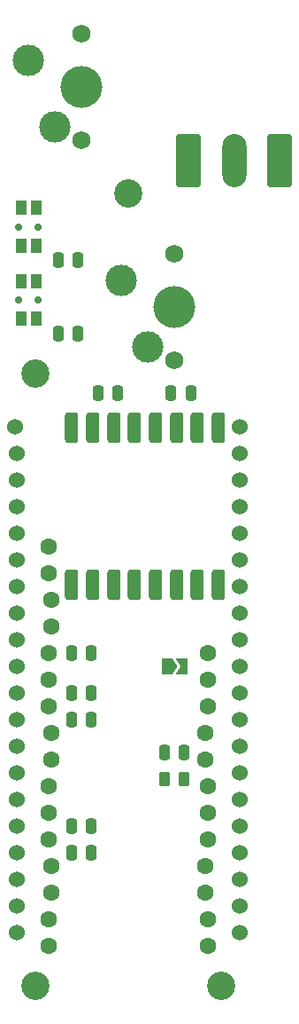
<source format=gbr>
%TF.GenerationSoftware,KiCad,Pcbnew,7.0.2-0*%
%TF.CreationDate,2023-07-09T23:01:49-07:00*%
%TF.ProjectId,thumbs-down-hw,7468756d-6273-42d6-946f-776e2d68772e,rev?*%
%TF.SameCoordinates,PX80fd3d8PY8977a68*%
%TF.FileFunction,Soldermask,Top*%
%TF.FilePolarity,Negative*%
%FSLAX46Y46*%
G04 Gerber Fmt 4.6, Leading zero omitted, Abs format (unit mm)*
G04 Created by KiCad (PCBNEW 7.0.2-0) date 2023-07-09 23:01:49*
%MOMM*%
%LPD*%
G01*
G04 APERTURE LIST*
G04 Aperture macros list*
%AMRoundRect*
0 Rectangle with rounded corners*
0 $1 Rounding radius*
0 $2 $3 $4 $5 $6 $7 $8 $9 X,Y pos of 4 corners*
0 Add a 4 corners polygon primitive as box body*
4,1,4,$2,$3,$4,$5,$6,$7,$8,$9,$2,$3,0*
0 Add four circle primitives for the rounded corners*
1,1,$1+$1,$2,$3*
1,1,$1+$1,$4,$5*
1,1,$1+$1,$6,$7*
1,1,$1+$1,$8,$9*
0 Add four rect primitives between the rounded corners*
20,1,$1+$1,$2,$3,$4,$5,0*
20,1,$1+$1,$4,$5,$6,$7,0*
20,1,$1+$1,$6,$7,$8,$9,0*
20,1,$1+$1,$8,$9,$2,$3,0*%
%AMFreePoly0*
4,1,6,1.000000,0.000000,0.500000,-0.750000,-0.500000,-0.750000,-0.500000,0.750000,0.500000,0.750000,1.000000,0.000000,1.000000,0.000000,$1*%
%AMFreePoly1*
4,1,6,0.500000,-0.750000,-0.650000,-0.750000,-0.150000,0.000000,-0.650000,0.750000,0.500000,0.750000,0.500000,-0.750000,0.500000,-0.750000,$1*%
G04 Aperture macros list end*
%ADD10RoundRect,0.250000X-0.250000X-0.475000X0.250000X-0.475000X0.250000X0.475000X-0.250000X0.475000X0*%
%ADD11C,2.700000*%
%ADD12C,0.700000*%
%ADD13R,1.050000X1.400000*%
%ADD14RoundRect,0.250000X0.262500X0.450000X-0.262500X0.450000X-0.262500X-0.450000X0.262500X-0.450000X0*%
%ADD15C,1.600000*%
%ADD16C,1.750000*%
%ADD17C,3.000000*%
%ADD18C,4.000000*%
%ADD19RoundRect,1.145000X0.000000X1.395000X0.000000X-1.395000X0.000000X-1.395000X0.000000X1.395000X0*%
%ADD20C,1.204800*%
%ADD21RoundRect,0.304800X-0.905200X2.235200X-0.905200X-2.235200X0.905200X-2.235200X0.905200X2.235200X0*%
%ADD22FreePoly0,0.000000*%
%ADD23FreePoly1,0.000000*%
%ADD24RoundRect,0.317500X0.317500X-1.157500X0.317500X1.157500X-0.317500X1.157500X-0.317500X-1.157500X0*%
%ADD25C,1.524000*%
G04 APERTURE END LIST*
D10*
%TO.C,C6*%
X9210000Y59690000D03*
X11110000Y59690000D03*
%TD*%
D11*
%TO.C,H1*%
X3175000Y3175000D03*
%TD*%
D10*
%TO.C,C5*%
X6670000Y18415000D03*
X8570000Y18415000D03*
%TD*%
%TO.C,C1*%
X6670000Y34925000D03*
X8570000Y34925000D03*
%TD*%
D12*
%TO.C,SW10*%
X3440000Y68580000D03*
X1640000Y68580000D03*
D13*
X3260000Y70380000D03*
X3260000Y66780000D03*
X1820000Y70380000D03*
X1820000Y66780000D03*
%TD*%
D14*
%TO.C,R1*%
X17422500Y22860000D03*
X15597500Y22860000D03*
%TD*%
D11*
%TO.C,H4*%
X12065000Y78740000D03*
%TD*%
D10*
%TO.C,C3*%
X6670000Y28575000D03*
X8570000Y28575000D03*
%TD*%
D15*
%TO.C,A1*%
X4445000Y45085000D03*
X4445000Y42545000D03*
X4699000Y40005000D03*
X4699000Y37465000D03*
X4445000Y34925000D03*
X4445000Y32385000D03*
X4445000Y29845000D03*
X4699000Y27305000D03*
X4699000Y24765000D03*
X4445000Y22225000D03*
X4445000Y19685000D03*
X4445000Y17145000D03*
X4699000Y14605000D03*
X4699000Y12065000D03*
X4445000Y9525000D03*
X4445000Y6985000D03*
X19685000Y6985000D03*
X19685000Y9525000D03*
X19431000Y12065000D03*
X19431000Y14605000D03*
X19685000Y17145000D03*
X19685000Y19685000D03*
X19685000Y22225000D03*
X19431000Y24765000D03*
X19431000Y27305000D03*
X19685000Y29845000D03*
X19685000Y32385000D03*
X19685000Y34925000D03*
%TD*%
D10*
%TO.C,C10*%
X5400000Y65405000D03*
X7300000Y65405000D03*
%TD*%
D11*
%TO.C,H3*%
X3175000Y61595000D03*
%TD*%
D16*
%TO.C,SW1*%
X16510000Y62865000D03*
D17*
X13970000Y64135000D03*
D18*
X16510000Y67945000D03*
D17*
X11430000Y70485000D03*
D16*
X16510000Y73025000D03*
%TD*%
D10*
%TO.C,C4*%
X6670000Y15875000D03*
X8570000Y15875000D03*
%TD*%
D19*
%TO.C,AE1*%
X22225000Y81915000D03*
D20*
X22225000Y80195000D03*
D21*
X26605000Y81915000D03*
X17845000Y81915000D03*
%TD*%
D11*
%TO.C,H2*%
X20955000Y3175000D03*
%TD*%
D16*
%TO.C,SW3*%
X7620000Y83820000D03*
D17*
X5080000Y85090000D03*
D18*
X7620000Y88900000D03*
D17*
X2540000Y91440000D03*
D16*
X7620000Y93980000D03*
%TD*%
D10*
%TO.C,C9*%
X5400000Y72390000D03*
X7300000Y72390000D03*
%TD*%
D22*
%TO.C,JP1*%
X15785000Y33655000D03*
D23*
X17235000Y33655000D03*
%TD*%
D10*
%TO.C,C7*%
X16195000Y59690000D03*
X18095000Y59690000D03*
%TD*%
%TO.C,C2*%
X6670000Y31115000D03*
X8570000Y31115000D03*
%TD*%
%TO.C,R2*%
X15560000Y25400000D03*
X17460000Y25400000D03*
%TD*%
D12*
%TO.C,SW9*%
X3440000Y75565000D03*
X1640000Y75565000D03*
D13*
X3260000Y77365000D03*
X3260000Y73765000D03*
X1820000Y77365000D03*
X1820000Y73765000D03*
%TD*%
D24*
%TO.C,U2*%
X6716000Y41370000D03*
X8716000Y41370000D03*
X10716000Y41370000D03*
X12716000Y41370000D03*
X14716000Y41370000D03*
X16716000Y41370000D03*
X18716000Y41370000D03*
X20716000Y41370000D03*
X20716000Y56420000D03*
X18716000Y56420000D03*
X16716000Y56420000D03*
X14716000Y56420000D03*
X12716000Y56420000D03*
X10716000Y56420000D03*
X8716000Y56420000D03*
X6716000Y56420000D03*
%TD*%
D25*
%TO.C,U1*%
X1397000Y8255000D03*
X1397000Y10795000D03*
X1397000Y13335000D03*
X1397000Y15875000D03*
X1397000Y18415000D03*
X1397000Y20955000D03*
X1397000Y23495000D03*
X1397000Y26035000D03*
X1397000Y28575000D03*
X1397000Y31115000D03*
X1397000Y33655000D03*
X1397000Y36195000D03*
X1397000Y38735000D03*
X1397000Y41275000D03*
X1397000Y43815000D03*
X1397000Y46355000D03*
X1397000Y48895000D03*
X1397000Y51435000D03*
X1397000Y53975000D03*
X1270000Y56515000D03*
X22733000Y56515000D03*
X22733000Y53975000D03*
X22733000Y51435000D03*
X22733000Y48895000D03*
X22733000Y46355000D03*
X22733000Y43815000D03*
X22733000Y41275000D03*
X22733000Y38735000D03*
X22733000Y36195000D03*
X22733000Y33655000D03*
X22733000Y31115000D03*
X22733000Y28575000D03*
X22733000Y26035000D03*
X22733000Y23495000D03*
X22733000Y20955000D03*
X22733000Y18415000D03*
X22733000Y15875000D03*
X22733000Y13335000D03*
X22733000Y10795000D03*
X22733000Y8255000D03*
%TD*%
M02*

</source>
